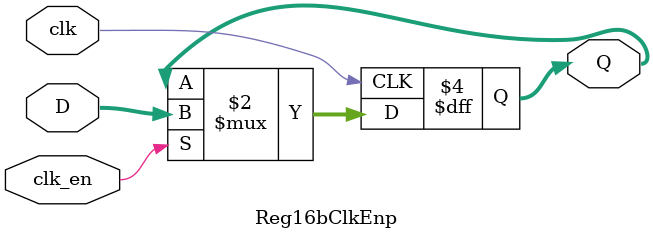
<source format=v>
`timescale 1ns / 1ps
module Reg16bClkEnp(
	input clk, 		// clock
	input clk_en,	// clock enable
	input [15:0] D,	// data input
	output reg [15:0] Q);	// data output

	// module body
	always @(posedge clk) begin
		if (clk_en) Q <= D;
	end
endmodule

</source>
